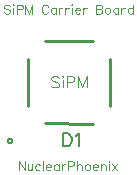
<source format=gto>
G04 Layer: TopSilkscreenLayer*
G04 EasyEDA v6.5.5, 2022-05-16 20:07:27*
G04 a02bdf24820649ed9e724dba307a6aea,9a5be75d700b4a6385dc1106f27949ae,10*
G04 Gerber Generator version 0.2*
G04 Scale: 100 percent, Rotated: No, Reflected: No *
G04 Dimensions in millimeters *
G04 leading zeros omitted , absolute positions ,4 integer and 5 decimal *
%FSLAX45Y45*%
%MOMM*%

%ADD10C,0.2540*%
%ADD21C,0.2000*%
%ADD22C,0.1200*%
%ADD23C,0.1000*%
%ADD24C,0.1524*%

%LPD*%
D22*
X1550873Y694796D02*
G01*
X1543507Y702162D01*
X1532839Y705718D01*
X1518107Y705718D01*
X1507185Y702162D01*
X1500073Y694796D01*
X1500073Y687430D01*
X1503629Y680318D01*
X1507185Y676508D01*
X1514551Y672952D01*
X1536395Y665840D01*
X1543507Y662030D01*
X1547317Y658474D01*
X1550873Y651108D01*
X1550873Y640186D01*
X1543507Y633074D01*
X1532839Y629264D01*
X1518107Y629264D01*
X1507185Y633074D01*
X1500073Y640186D01*
X1575003Y705718D02*
G01*
X1578559Y702162D01*
X1582115Y705718D01*
X1578559Y709274D01*
X1575003Y705718D01*
X1578559Y680318D02*
G01*
X1578559Y629264D01*
X1606245Y705718D02*
G01*
X1606245Y629264D01*
X1606245Y705718D02*
G01*
X1639011Y705718D01*
X1649933Y702162D01*
X1653489Y698352D01*
X1657045Y691240D01*
X1657045Y680318D01*
X1653489Y672952D01*
X1649933Y669396D01*
X1639011Y665840D01*
X1606245Y665840D01*
X1681175Y705718D02*
G01*
X1681175Y629264D01*
X1681175Y705718D02*
G01*
X1710131Y629264D01*
X1739341Y705718D02*
G01*
X1710131Y629264D01*
X1739341Y705718D02*
G01*
X1739341Y629264D01*
X1873707Y687430D02*
G01*
X1870151Y694796D01*
X1862785Y702162D01*
X1855673Y705718D01*
X1841195Y705718D01*
X1833829Y702162D01*
X1826463Y694796D01*
X1822907Y687430D01*
X1819351Y676508D01*
X1819351Y658474D01*
X1822907Y647552D01*
X1826463Y640186D01*
X1833829Y633074D01*
X1841195Y629264D01*
X1855673Y629264D01*
X1862785Y633074D01*
X1870151Y640186D01*
X1873707Y647552D01*
X1941525Y680318D02*
G01*
X1941525Y629264D01*
X1941525Y669396D02*
G01*
X1934159Y676508D01*
X1926793Y680318D01*
X1915871Y680318D01*
X1908759Y676508D01*
X1901393Y669396D01*
X1897837Y658474D01*
X1897837Y651108D01*
X1901393Y640186D01*
X1908759Y633074D01*
X1915871Y629264D01*
X1926793Y629264D01*
X1934159Y633074D01*
X1941525Y640186D01*
X1965401Y680318D02*
G01*
X1965401Y629264D01*
X1965401Y658474D02*
G01*
X1969211Y669396D01*
X1976323Y676508D01*
X1983689Y680318D01*
X1994611Y680318D01*
X2018487Y680318D02*
G01*
X2018487Y629264D01*
X2018487Y658474D02*
G01*
X2022297Y669396D01*
X2029409Y676508D01*
X2036775Y680318D01*
X2047697Y680318D01*
X2071573Y705718D02*
G01*
X2075383Y702162D01*
X2078939Y705718D01*
X2075383Y709274D01*
X2071573Y705718D01*
X2075383Y680318D02*
G01*
X2075383Y629264D01*
X2102815Y658474D02*
G01*
X2146503Y658474D01*
X2146503Y665840D01*
X2142947Y672952D01*
X2139391Y676508D01*
X2132025Y680318D01*
X2121103Y680318D01*
X2113737Y676508D01*
X2106625Y669396D01*
X2102815Y658474D01*
X2102815Y651108D01*
X2106625Y640186D01*
X2113737Y633074D01*
X2121103Y629264D01*
X2132025Y629264D01*
X2139391Y633074D01*
X2146503Y640186D01*
X2170633Y680318D02*
G01*
X2170633Y629264D01*
X2170633Y658474D02*
G01*
X2174189Y669396D01*
X2181555Y676508D01*
X2188667Y680318D01*
X2199589Y680318D01*
X2279599Y705718D02*
G01*
X2279599Y629264D01*
X2279599Y705718D02*
G01*
X2312365Y705718D01*
X2323287Y702162D01*
X2326843Y698352D01*
X2330653Y691240D01*
X2330653Y683874D01*
X2326843Y676508D01*
X2323287Y672952D01*
X2312365Y669396D01*
X2279599Y669396D02*
G01*
X2312365Y669396D01*
X2323287Y665840D01*
X2326843Y662030D01*
X2330653Y654918D01*
X2330653Y643996D01*
X2326843Y636630D01*
X2323287Y633074D01*
X2312365Y629264D01*
X2279599Y629264D01*
X2372817Y680318D02*
G01*
X2365451Y676508D01*
X2358085Y669396D01*
X2354529Y658474D01*
X2354529Y651108D01*
X2358085Y640186D01*
X2365451Y633074D01*
X2372817Y629264D01*
X2383739Y629264D01*
X2390851Y633074D01*
X2398217Y640186D01*
X2401773Y651108D01*
X2401773Y658474D01*
X2398217Y669396D01*
X2390851Y676508D01*
X2383739Y680318D01*
X2372817Y680318D01*
X2469337Y680318D02*
G01*
X2469337Y629264D01*
X2469337Y669396D02*
G01*
X2462225Y676508D01*
X2454859Y680318D01*
X2443937Y680318D01*
X2436825Y676508D01*
X2429459Y669396D01*
X2425903Y658474D01*
X2425903Y651108D01*
X2429459Y640186D01*
X2436825Y633074D01*
X2443937Y629264D01*
X2454859Y629264D01*
X2462225Y633074D01*
X2469337Y640186D01*
X2493467Y680318D02*
G01*
X2493467Y629264D01*
X2493467Y658474D02*
G01*
X2497023Y669396D01*
X2504389Y676508D01*
X2511755Y680318D01*
X2522423Y680318D01*
X2590241Y705718D02*
G01*
X2590241Y629264D01*
X2590241Y669396D02*
G01*
X2582875Y676508D01*
X2575509Y680318D01*
X2564841Y680318D01*
X2557475Y676508D01*
X2550109Y669396D01*
X2546553Y658474D01*
X2546553Y651108D01*
X2550109Y640186D01*
X2557475Y633074D01*
X2564841Y629264D01*
X2575509Y629264D01*
X2582875Y633074D01*
X2590241Y640186D01*
D23*
X1624896Y-619252D02*
G01*
X1624896Y-695705D01*
X1624896Y-619252D02*
G01*
X1675950Y-695705D01*
X1675950Y-619252D02*
G01*
X1675950Y-695705D01*
X1699826Y-644652D02*
G01*
X1699826Y-680973D01*
X1703636Y-691895D01*
X1710748Y-695705D01*
X1721670Y-695705D01*
X1729036Y-691895D01*
X1739958Y-680973D01*
X1739958Y-644652D02*
G01*
X1739958Y-695705D01*
X1807522Y-655573D02*
G01*
X1800156Y-648462D01*
X1793044Y-644652D01*
X1782122Y-644652D01*
X1774756Y-648462D01*
X1767644Y-655573D01*
X1763834Y-666495D01*
X1763834Y-673862D01*
X1767644Y-684784D01*
X1774756Y-691895D01*
X1782122Y-695705D01*
X1793044Y-695705D01*
X1800156Y-691895D01*
X1807522Y-684784D01*
X1831652Y-619252D02*
G01*
X1831652Y-695705D01*
X1855528Y-666495D02*
G01*
X1899216Y-666495D01*
X1899216Y-659384D01*
X1895660Y-652018D01*
X1891850Y-648462D01*
X1884738Y-644652D01*
X1873816Y-644652D01*
X1866450Y-648462D01*
X1859084Y-655573D01*
X1855528Y-666495D01*
X1855528Y-673862D01*
X1859084Y-684784D01*
X1866450Y-691895D01*
X1873816Y-695705D01*
X1884738Y-695705D01*
X1891850Y-691895D01*
X1899216Y-684784D01*
X1966780Y-644652D02*
G01*
X1966780Y-695705D01*
X1966780Y-655573D02*
G01*
X1959668Y-648462D01*
X1952302Y-644652D01*
X1941380Y-644652D01*
X1934014Y-648462D01*
X1926902Y-655573D01*
X1923092Y-666495D01*
X1923092Y-673862D01*
X1926902Y-684784D01*
X1934014Y-691895D01*
X1941380Y-695705D01*
X1952302Y-695705D01*
X1959668Y-691895D01*
X1966780Y-684784D01*
X1990910Y-644652D02*
G01*
X1990910Y-695705D01*
X1990910Y-666495D02*
G01*
X1994466Y-655573D01*
X2001832Y-648462D01*
X2008944Y-644652D01*
X2019866Y-644652D01*
X2043996Y-619252D02*
G01*
X2043996Y-695705D01*
X2043996Y-619252D02*
G01*
X2076508Y-619252D01*
X2087430Y-622807D01*
X2091240Y-626618D01*
X2094796Y-633729D01*
X2094796Y-644652D01*
X2091240Y-652018D01*
X2087430Y-655573D01*
X2076508Y-659384D01*
X2043996Y-659384D01*
X2118926Y-619252D02*
G01*
X2118926Y-695705D01*
X2118926Y-659384D02*
G01*
X2129848Y-648462D01*
X2136960Y-644652D01*
X2147882Y-644652D01*
X2155248Y-648462D01*
X2158804Y-659384D01*
X2158804Y-695705D01*
X2200968Y-644652D02*
G01*
X2193602Y-648462D01*
X2186490Y-655573D01*
X2182934Y-666495D01*
X2182934Y-673862D01*
X2186490Y-684784D01*
X2193602Y-691895D01*
X2200968Y-695705D01*
X2211890Y-695705D01*
X2219256Y-691895D01*
X2226368Y-684784D01*
X2230178Y-673862D01*
X2230178Y-666495D01*
X2226368Y-655573D01*
X2219256Y-648462D01*
X2211890Y-644652D01*
X2200968Y-644652D01*
X2254054Y-666495D02*
G01*
X2297742Y-666495D01*
X2297742Y-659384D01*
X2294186Y-652018D01*
X2290376Y-648462D01*
X2283264Y-644652D01*
X2272342Y-644652D01*
X2264976Y-648462D01*
X2257610Y-655573D01*
X2254054Y-666495D01*
X2254054Y-673862D01*
X2257610Y-684784D01*
X2264976Y-691895D01*
X2272342Y-695705D01*
X2283264Y-695705D01*
X2290376Y-691895D01*
X2297742Y-684784D01*
X2321618Y-644652D02*
G01*
X2321618Y-695705D01*
X2321618Y-659384D02*
G01*
X2332540Y-648462D01*
X2339906Y-644652D01*
X2350828Y-644652D01*
X2358194Y-648462D01*
X2361750Y-659384D01*
X2361750Y-695705D01*
X2385626Y-619252D02*
G01*
X2389436Y-622807D01*
X2392992Y-619252D01*
X2389436Y-615695D01*
X2385626Y-619252D01*
X2389436Y-644652D02*
G01*
X2389436Y-695705D01*
X2417122Y-644652D02*
G01*
X2457000Y-695705D01*
X2457000Y-644652D02*
G01*
X2417122Y-695705D01*
D24*
X1999995Y-384555D02*
G01*
X1999995Y-493776D01*
X1999995Y-384555D02*
G01*
X2036318Y-384555D01*
X2052065Y-389889D01*
X2062226Y-400304D01*
X2067560Y-410718D01*
X2072639Y-426212D01*
X2072639Y-452120D01*
X2067560Y-467868D01*
X2062226Y-478281D01*
X2052065Y-488695D01*
X2036318Y-493776D01*
X1999995Y-493776D01*
X2106929Y-405384D02*
G01*
X2117344Y-400304D01*
X2133092Y-384555D01*
X2133092Y-493776D01*
D23*
X1963676Y87226D02*
G01*
X1954532Y96370D01*
X1940816Y100942D01*
X1922782Y100942D01*
X1909066Y96370D01*
X1899922Y87226D01*
X1899922Y78082D01*
X1904494Y68938D01*
X1909066Y64366D01*
X1918210Y60048D01*
X1945388Y50904D01*
X1954532Y46332D01*
X1959104Y41760D01*
X1963676Y32616D01*
X1963676Y18900D01*
X1954532Y10010D01*
X1940816Y5438D01*
X1922782Y5438D01*
X1909066Y10010D01*
X1899922Y18900D01*
X1993648Y100942D02*
G01*
X1998220Y96370D01*
X2002792Y100942D01*
X1998220Y105260D01*
X1993648Y100942D01*
X1998220Y68938D02*
G01*
X1998220Y5438D01*
X2032764Y100942D02*
G01*
X2032764Y5438D01*
X2032764Y100942D02*
G01*
X2073658Y100942D01*
X2087374Y96370D01*
X2091692Y91798D01*
X2096264Y82654D01*
X2096264Y68938D01*
X2091692Y60048D01*
X2087374Y55476D01*
X2073658Y50904D01*
X2032764Y50904D01*
X2126236Y100942D02*
G01*
X2126236Y5438D01*
X2126236Y100942D02*
G01*
X2162812Y5438D01*
X2199134Y100942D02*
G01*
X2162812Y5438D01*
X2199134Y100942D02*
G01*
X2199134Y5438D01*
D10*
X1849881Y400050D02*
G01*
X2249931Y400050D01*
X2400045Y249936D02*
G01*
X2399792Y-150113D01*
X2250186Y-300228D02*
G01*
X1849881Y-299973D01*
X1700021Y-150113D02*
G01*
X1700021Y249936D01*
D21*
G75*
G01
X1569999Y-450063D02*
G03X1569999Y-450063I-19990J0D01*
M02*

</source>
